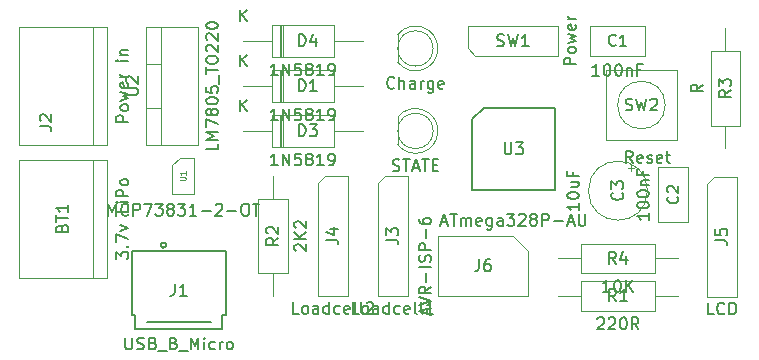
<source format=gbr>
%TF.GenerationSoftware,KiCad,Pcbnew,(5.1.5)-3*%
%TF.CreationDate,2020-09-12T07:11:51+09:30*%
%TF.ProjectId,robotcontrol,726f626f-7463-46f6-9e74-726f6c2e6b69,rev?*%
%TF.SameCoordinates,Original*%
%TF.FileFunction,Other,Fab,Top*%
%FSLAX46Y46*%
G04 Gerber Fmt 4.6, Leading zero omitted, Abs format (unit mm)*
G04 Created by KiCad (PCBNEW (5.1.5)-3) date 2020-09-12 07:11:51*
%MOMM*%
%LPD*%
G04 APERTURE LIST*
%ADD10C,0.100000*%
%ADD11C,0.150000*%
%ADD12C,0.075000*%
%ADD13C,0.141000*%
G04 APERTURE END LIST*
D10*
%TO.C,BT1*%
X99070000Y-108899500D02*
X99070000Y-98999500D01*
X92770000Y-108949500D02*
X100270000Y-108949500D01*
X100270000Y-108949500D02*
X100270000Y-98949500D01*
X100270000Y-98949500D02*
X92770000Y-98949500D01*
X92770000Y-98949500D02*
X92770000Y-108949500D01*
D11*
%TO.C,U3*%
X132170800Y-94544000D02*
X138170800Y-94544000D01*
X138170800Y-94544000D02*
X138170800Y-101544000D01*
X138170800Y-101544000D02*
X131170800Y-101544000D01*
X131170800Y-101544000D02*
X131170800Y-95544000D01*
X131170800Y-95544000D02*
X132170800Y-94544000D01*
D10*
%TO.C,J6*%
X135890000Y-106680000D02*
X135890000Y-110490000D01*
X135890000Y-110490000D02*
X128270000Y-110490000D01*
X128270000Y-110490000D02*
X128270000Y-105410000D01*
X128270000Y-105410000D02*
X134620000Y-105410000D01*
X134620000Y-105410000D02*
X135890000Y-106680000D01*
%TO.C,U2*%
X103530000Y-97710000D02*
X107930000Y-97710000D01*
X107930000Y-97710000D02*
X107930000Y-87710000D01*
X107930000Y-87710000D02*
X103530000Y-87710000D01*
X103530000Y-87710000D02*
X103530000Y-97710000D01*
X104800000Y-97710000D02*
X104800000Y-87710000D01*
X103530000Y-94560000D02*
X104800000Y-94560000D01*
X103530000Y-90860000D02*
X104800000Y-90860000D01*
%TO.C,U1*%
X105780000Y-99430000D02*
X106430000Y-98780000D01*
X107580000Y-98780000D02*
X106430000Y-98780000D01*
X105780000Y-99430000D02*
X105780000Y-101880000D01*
X107580000Y-101880000D02*
X105780000Y-101880000D01*
X107580000Y-98780000D02*
X107580000Y-101880000D01*
%TO.C,SW2*%
X145490000Y-91325000D02*
X148490000Y-91325000D01*
X148490000Y-91325000D02*
X148490000Y-97325000D01*
X148490000Y-97325000D02*
X142490000Y-97325000D01*
X142490000Y-97325000D02*
X142490000Y-91325000D01*
X142490000Y-91325000D02*
X145490000Y-91325000D01*
X147505564Y-94325000D02*
G75*
G03X147505564Y-94325000I-2015564J0D01*
G01*
%TO.C,SW1*%
X130810000Y-89535000D02*
X130810000Y-87630000D01*
X130810000Y-87630000D02*
X138430000Y-87630000D01*
X138430000Y-87630000D02*
X138430000Y-90170000D01*
X138430000Y-90170000D02*
X131445000Y-90170000D01*
X131445000Y-90170000D02*
X130810000Y-89535000D01*
%TO.C,R4*%
X140360000Y-106065000D02*
X140360000Y-108565000D01*
X140360000Y-108565000D02*
X146660000Y-108565000D01*
X146660000Y-108565000D02*
X146660000Y-106065000D01*
X146660000Y-106065000D02*
X140360000Y-106065000D01*
X138430000Y-107315000D02*
X140360000Y-107315000D01*
X148590000Y-107315000D02*
X146660000Y-107315000D01*
%TO.C,R3*%
X153853200Y-89763200D02*
X151353200Y-89763200D01*
X151353200Y-89763200D02*
X151353200Y-96063200D01*
X151353200Y-96063200D02*
X153853200Y-96063200D01*
X153853200Y-96063200D02*
X153853200Y-89763200D01*
X152603200Y-87833200D02*
X152603200Y-89763200D01*
X152603200Y-97993200D02*
X152603200Y-96063200D01*
%TO.C,R2*%
X113050000Y-108560000D02*
X115550000Y-108560000D01*
X115550000Y-108560000D02*
X115550000Y-102260000D01*
X115550000Y-102260000D02*
X113050000Y-102260000D01*
X113050000Y-102260000D02*
X113050000Y-108560000D01*
X114300000Y-110490000D02*
X114300000Y-108560000D01*
X114300000Y-100330000D02*
X114300000Y-102260000D01*
%TO.C,R1*%
X140360000Y-109240000D02*
X140360000Y-111740000D01*
X140360000Y-111740000D02*
X146660000Y-111740000D01*
X146660000Y-111740000D02*
X146660000Y-109240000D01*
X146660000Y-109240000D02*
X140360000Y-109240000D01*
X138430000Y-110490000D02*
X140360000Y-110490000D01*
X148590000Y-110490000D02*
X146660000Y-110490000D01*
%TO.C,J5*%
X151663400Y-100380800D02*
X153568400Y-100380800D01*
X153568400Y-100380800D02*
X153568400Y-110540800D01*
X153568400Y-110540800D02*
X151028400Y-110540800D01*
X151028400Y-110540800D02*
X151028400Y-101015800D01*
X151028400Y-101015800D02*
X151663400Y-100380800D01*
%TO.C,J4*%
X118745000Y-100330000D02*
X120650000Y-100330000D01*
X120650000Y-100330000D02*
X120650000Y-110490000D01*
X120650000Y-110490000D02*
X118110000Y-110490000D01*
X118110000Y-110490000D02*
X118110000Y-100965000D01*
X118110000Y-100965000D02*
X118745000Y-100330000D01*
%TO.C,J3*%
X123825000Y-100330000D02*
X125730000Y-100330000D01*
X125730000Y-100330000D02*
X125730000Y-110490000D01*
X125730000Y-110490000D02*
X123190000Y-110490000D01*
X123190000Y-110490000D02*
X123190000Y-100965000D01*
X123190000Y-100965000D02*
X123825000Y-100330000D01*
%TO.C,J2*%
X99070000Y-97660000D02*
X99070000Y-87760000D01*
X92770000Y-97710000D02*
X100270000Y-97710000D01*
X100270000Y-97710000D02*
X100270000Y-87710000D01*
X100270000Y-87710000D02*
X92770000Y-87710000D01*
X92770000Y-87710000D02*
X92770000Y-97710000D01*
D11*
%TO.C,J1*%
X102324400Y-106716000D02*
X102324400Y-112116000D01*
X102324400Y-112116000D02*
X102624400Y-112116000D01*
X102624400Y-112116000D02*
X102624400Y-113316000D01*
X102624400Y-113316000D02*
X110024400Y-113316000D01*
X110024400Y-113316000D02*
X110024400Y-112116000D01*
X110024400Y-112116000D02*
X110324400Y-112116000D01*
X110324400Y-112116000D02*
X110324400Y-106716000D01*
X110324400Y-106716000D02*
X102324400Y-106716000D01*
X103624400Y-112716000D02*
X109024400Y-112716000D01*
X105249400Y-106241000D02*
X105024400Y-106416000D01*
X105024400Y-106416000D02*
X104799400Y-106241000D01*
X104799400Y-106241000D02*
X104799400Y-106016000D01*
X104799400Y-106016000D02*
X105249400Y-106016000D01*
X105249400Y-106016000D02*
X105249400Y-106241000D01*
D10*
%TO.C,D5*%
X127865000Y-96520000D02*
G75*
G03X127865000Y-96520000I-1500000J0D01*
G01*
X124865000Y-95353810D02*
X124865000Y-97686190D01*
X124864445Y-97685476D02*
G75*
G03X124865000Y-95353810I1500555J1165476D01*
G01*
%TO.C,D4*%
X114240000Y-87550000D02*
X114240000Y-90250000D01*
X114240000Y-90250000D02*
X119440000Y-90250000D01*
X119440000Y-90250000D02*
X119440000Y-87550000D01*
X119440000Y-87550000D02*
X114240000Y-87550000D01*
X111760000Y-88900000D02*
X114240000Y-88900000D01*
X121920000Y-88900000D02*
X119440000Y-88900000D01*
X115020000Y-87550000D02*
X115020000Y-90250000D01*
X115120000Y-87550000D02*
X115120000Y-90250000D01*
X114920000Y-87550000D02*
X114920000Y-90250000D01*
%TO.C,D3*%
X114240000Y-95170000D02*
X114240000Y-97870000D01*
X114240000Y-97870000D02*
X119440000Y-97870000D01*
X119440000Y-97870000D02*
X119440000Y-95170000D01*
X119440000Y-95170000D02*
X114240000Y-95170000D01*
X111760000Y-96520000D02*
X114240000Y-96520000D01*
X121920000Y-96520000D02*
X119440000Y-96520000D01*
X115020000Y-95170000D02*
X115020000Y-97870000D01*
X115120000Y-95170000D02*
X115120000Y-97870000D01*
X114920000Y-95170000D02*
X114920000Y-97870000D01*
%TO.C,D2*%
X127865000Y-89535000D02*
G75*
G03X127865000Y-89535000I-1500000J0D01*
G01*
X124865000Y-88368810D02*
X124865000Y-90701190D01*
X124864445Y-90700476D02*
G75*
G03X124865000Y-88368810I1500555J1165476D01*
G01*
%TO.C,D1*%
X114240000Y-91360000D02*
X114240000Y-94060000D01*
X114240000Y-94060000D02*
X119440000Y-94060000D01*
X119440000Y-94060000D02*
X119440000Y-91360000D01*
X119440000Y-91360000D02*
X114240000Y-91360000D01*
X111760000Y-92710000D02*
X114240000Y-92710000D01*
X121920000Y-92710000D02*
X119440000Y-92710000D01*
X115020000Y-91360000D02*
X115020000Y-94060000D01*
X115120000Y-91360000D02*
X115120000Y-94060000D01*
X114920000Y-91360000D02*
X114920000Y-94060000D01*
%TO.C,C3*%
X146010000Y-101580000D02*
G75*
G03X146010000Y-101580000I-2500000J0D01*
G01*
X144597500Y-99446395D02*
X144597500Y-99946395D01*
X144847500Y-99696395D02*
X144347500Y-99696395D01*
%TO.C,C2*%
X149433600Y-99565600D02*
X146933600Y-99565600D01*
X146933600Y-99565600D02*
X146933600Y-104265600D01*
X146933600Y-104265600D02*
X149433600Y-104265600D01*
X149433600Y-104265600D02*
X149433600Y-99565600D01*
%TO.C,C1*%
X141120000Y-87650000D02*
X141120000Y-90150000D01*
X141120000Y-90150000D02*
X145820000Y-90150000D01*
X145820000Y-90150000D02*
X145820000Y-87650000D01*
X145820000Y-87650000D02*
X141120000Y-87650000D01*
%TD*%
%TO.C,BT1*%
D11*
X101052380Y-107354261D02*
X101052380Y-106735214D01*
X101433333Y-107068547D01*
X101433333Y-106925690D01*
X101480952Y-106830452D01*
X101528571Y-106782833D01*
X101623809Y-106735214D01*
X101861904Y-106735214D01*
X101957142Y-106782833D01*
X102004761Y-106830452D01*
X102052380Y-106925690D01*
X102052380Y-107211404D01*
X102004761Y-107306642D01*
X101957142Y-107354261D01*
X101957142Y-106306642D02*
X102004761Y-106259023D01*
X102052380Y-106306642D01*
X102004761Y-106354261D01*
X101957142Y-106306642D01*
X102052380Y-106306642D01*
X101052380Y-105925690D02*
X101052380Y-105259023D01*
X102052380Y-105687595D01*
X101385714Y-104973309D02*
X102052380Y-104735214D01*
X101385714Y-104497119D01*
X102052380Y-102878071D02*
X102052380Y-103354261D01*
X101052380Y-103354261D01*
X102052380Y-102544738D02*
X101385714Y-102544738D01*
X101052380Y-102544738D02*
X101100000Y-102592357D01*
X101147619Y-102544738D01*
X101100000Y-102497119D01*
X101052380Y-102544738D01*
X101147619Y-102544738D01*
X102052380Y-102068547D02*
X101052380Y-102068547D01*
X101052380Y-101687595D01*
X101100000Y-101592357D01*
X101147619Y-101544738D01*
X101242857Y-101497119D01*
X101385714Y-101497119D01*
X101480952Y-101544738D01*
X101528571Y-101592357D01*
X101576190Y-101687595D01*
X101576190Y-102068547D01*
X102052380Y-100925690D02*
X102004761Y-101020928D01*
X101957142Y-101068547D01*
X101861904Y-101116166D01*
X101576190Y-101116166D01*
X101480952Y-101068547D01*
X101433333Y-101020928D01*
X101385714Y-100925690D01*
X101385714Y-100782833D01*
X101433333Y-100687595D01*
X101480952Y-100639976D01*
X101576190Y-100592357D01*
X101861904Y-100592357D01*
X101957142Y-100639976D01*
X102004761Y-100687595D01*
X102052380Y-100782833D01*
X102052380Y-100925690D01*
X96448571Y-104735214D02*
X96496190Y-104592357D01*
X96543809Y-104544738D01*
X96639047Y-104497119D01*
X96781904Y-104497119D01*
X96877142Y-104544738D01*
X96924761Y-104592357D01*
X96972380Y-104687595D01*
X96972380Y-105068547D01*
X95972380Y-105068547D01*
X95972380Y-104735214D01*
X96020000Y-104639976D01*
X96067619Y-104592357D01*
X96162857Y-104544738D01*
X96258095Y-104544738D01*
X96353333Y-104592357D01*
X96400952Y-104639976D01*
X96448571Y-104735214D01*
X96448571Y-105068547D01*
X95972380Y-104211404D02*
X95972380Y-103639976D01*
X96972380Y-103925690D02*
X95972380Y-103925690D01*
X96972380Y-102782833D02*
X96972380Y-103354261D01*
X96972380Y-103068547D02*
X95972380Y-103068547D01*
X96115238Y-103163785D01*
X96210476Y-103259023D01*
X96258095Y-103354261D01*
%TO.C,U3*%
X128551752Y-104260666D02*
X129027942Y-104260666D01*
X128456514Y-104546380D02*
X128789847Y-103546380D01*
X129123180Y-104546380D01*
X129313657Y-103546380D02*
X129885085Y-103546380D01*
X129599371Y-104546380D02*
X129599371Y-103546380D01*
X130218419Y-104546380D02*
X130218419Y-103879714D01*
X130218419Y-103974952D02*
X130266038Y-103927333D01*
X130361276Y-103879714D01*
X130504133Y-103879714D01*
X130599371Y-103927333D01*
X130646990Y-104022571D01*
X130646990Y-104546380D01*
X130646990Y-104022571D02*
X130694609Y-103927333D01*
X130789847Y-103879714D01*
X130932704Y-103879714D01*
X131027942Y-103927333D01*
X131075561Y-104022571D01*
X131075561Y-104546380D01*
X131932704Y-104498761D02*
X131837466Y-104546380D01*
X131646990Y-104546380D01*
X131551752Y-104498761D01*
X131504133Y-104403523D01*
X131504133Y-104022571D01*
X131551752Y-103927333D01*
X131646990Y-103879714D01*
X131837466Y-103879714D01*
X131932704Y-103927333D01*
X131980323Y-104022571D01*
X131980323Y-104117809D01*
X131504133Y-104213047D01*
X132837466Y-103879714D02*
X132837466Y-104689238D01*
X132789847Y-104784476D01*
X132742228Y-104832095D01*
X132646990Y-104879714D01*
X132504133Y-104879714D01*
X132408895Y-104832095D01*
X132837466Y-104498761D02*
X132742228Y-104546380D01*
X132551752Y-104546380D01*
X132456514Y-104498761D01*
X132408895Y-104451142D01*
X132361276Y-104355904D01*
X132361276Y-104070190D01*
X132408895Y-103974952D01*
X132456514Y-103927333D01*
X132551752Y-103879714D01*
X132742228Y-103879714D01*
X132837466Y-103927333D01*
X133742228Y-104546380D02*
X133742228Y-104022571D01*
X133694609Y-103927333D01*
X133599371Y-103879714D01*
X133408895Y-103879714D01*
X133313657Y-103927333D01*
X133742228Y-104498761D02*
X133646990Y-104546380D01*
X133408895Y-104546380D01*
X133313657Y-104498761D01*
X133266038Y-104403523D01*
X133266038Y-104308285D01*
X133313657Y-104213047D01*
X133408895Y-104165428D01*
X133646990Y-104165428D01*
X133742228Y-104117809D01*
X134123180Y-103546380D02*
X134742228Y-103546380D01*
X134408895Y-103927333D01*
X134551752Y-103927333D01*
X134646990Y-103974952D01*
X134694609Y-104022571D01*
X134742228Y-104117809D01*
X134742228Y-104355904D01*
X134694609Y-104451142D01*
X134646990Y-104498761D01*
X134551752Y-104546380D01*
X134266038Y-104546380D01*
X134170800Y-104498761D01*
X134123180Y-104451142D01*
X135123180Y-103641619D02*
X135170800Y-103594000D01*
X135266038Y-103546380D01*
X135504133Y-103546380D01*
X135599371Y-103594000D01*
X135646990Y-103641619D01*
X135694609Y-103736857D01*
X135694609Y-103832095D01*
X135646990Y-103974952D01*
X135075561Y-104546380D01*
X135694609Y-104546380D01*
X136266038Y-103974952D02*
X136170800Y-103927333D01*
X136123180Y-103879714D01*
X136075561Y-103784476D01*
X136075561Y-103736857D01*
X136123180Y-103641619D01*
X136170800Y-103594000D01*
X136266038Y-103546380D01*
X136456514Y-103546380D01*
X136551752Y-103594000D01*
X136599371Y-103641619D01*
X136646990Y-103736857D01*
X136646990Y-103784476D01*
X136599371Y-103879714D01*
X136551752Y-103927333D01*
X136456514Y-103974952D01*
X136266038Y-103974952D01*
X136170800Y-104022571D01*
X136123180Y-104070190D01*
X136075561Y-104165428D01*
X136075561Y-104355904D01*
X136123180Y-104451142D01*
X136170800Y-104498761D01*
X136266038Y-104546380D01*
X136456514Y-104546380D01*
X136551752Y-104498761D01*
X136599371Y-104451142D01*
X136646990Y-104355904D01*
X136646990Y-104165428D01*
X136599371Y-104070190D01*
X136551752Y-104022571D01*
X136456514Y-103974952D01*
X137075561Y-104546380D02*
X137075561Y-103546380D01*
X137456514Y-103546380D01*
X137551752Y-103594000D01*
X137599371Y-103641619D01*
X137646990Y-103736857D01*
X137646990Y-103879714D01*
X137599371Y-103974952D01*
X137551752Y-104022571D01*
X137456514Y-104070190D01*
X137075561Y-104070190D01*
X138075561Y-104165428D02*
X138837466Y-104165428D01*
X139266038Y-104260666D02*
X139742228Y-104260666D01*
X139170800Y-104546380D02*
X139504133Y-103546380D01*
X139837466Y-104546380D01*
X140170800Y-103546380D02*
X140170800Y-104355904D01*
X140218419Y-104451142D01*
X140266038Y-104498761D01*
X140361276Y-104546380D01*
X140551752Y-104546380D01*
X140646990Y-104498761D01*
X140694609Y-104451142D01*
X140742228Y-104355904D01*
X140742228Y-103546380D01*
X133908895Y-97496380D02*
X133908895Y-98305904D01*
X133956514Y-98401142D01*
X134004133Y-98448761D01*
X134099371Y-98496380D01*
X134289847Y-98496380D01*
X134385085Y-98448761D01*
X134432704Y-98401142D01*
X134480323Y-98305904D01*
X134480323Y-97496380D01*
X134861276Y-97496380D02*
X135480323Y-97496380D01*
X135146990Y-97877333D01*
X135289847Y-97877333D01*
X135385085Y-97924952D01*
X135432704Y-97972571D01*
X135480323Y-98067809D01*
X135480323Y-98305904D01*
X135432704Y-98401142D01*
X135385085Y-98448761D01*
X135289847Y-98496380D01*
X135004133Y-98496380D01*
X134908895Y-98448761D01*
X134861276Y-98401142D01*
%TO.C,J6*%
X127376666Y-112045238D02*
X127376666Y-111569047D01*
X127662380Y-112140476D02*
X126662380Y-111807142D01*
X127662380Y-111473809D01*
X126662380Y-111283333D02*
X127662380Y-110950000D01*
X126662380Y-110616666D01*
X127662380Y-109711904D02*
X127186190Y-110045238D01*
X127662380Y-110283333D02*
X126662380Y-110283333D01*
X126662380Y-109902380D01*
X126710000Y-109807142D01*
X126757619Y-109759523D01*
X126852857Y-109711904D01*
X126995714Y-109711904D01*
X127090952Y-109759523D01*
X127138571Y-109807142D01*
X127186190Y-109902380D01*
X127186190Y-110283333D01*
X127281428Y-109283333D02*
X127281428Y-108521428D01*
X127662380Y-108045238D02*
X126662380Y-108045238D01*
X127614761Y-107616666D02*
X127662380Y-107473809D01*
X127662380Y-107235714D01*
X127614761Y-107140476D01*
X127567142Y-107092857D01*
X127471904Y-107045238D01*
X127376666Y-107045238D01*
X127281428Y-107092857D01*
X127233809Y-107140476D01*
X127186190Y-107235714D01*
X127138571Y-107426190D01*
X127090952Y-107521428D01*
X127043333Y-107569047D01*
X126948095Y-107616666D01*
X126852857Y-107616666D01*
X126757619Y-107569047D01*
X126710000Y-107521428D01*
X126662380Y-107426190D01*
X126662380Y-107188095D01*
X126710000Y-107045238D01*
X127662380Y-106616666D02*
X126662380Y-106616666D01*
X126662380Y-106235714D01*
X126710000Y-106140476D01*
X126757619Y-106092857D01*
X126852857Y-106045238D01*
X126995714Y-106045238D01*
X127090952Y-106092857D01*
X127138571Y-106140476D01*
X127186190Y-106235714D01*
X127186190Y-106616666D01*
X127281428Y-105616666D02*
X127281428Y-104854761D01*
X126662380Y-103950000D02*
X126662380Y-104140476D01*
X126710000Y-104235714D01*
X126757619Y-104283333D01*
X126900476Y-104378571D01*
X127090952Y-104426190D01*
X127471904Y-104426190D01*
X127567142Y-104378571D01*
X127614761Y-104330952D01*
X127662380Y-104235714D01*
X127662380Y-104045238D01*
X127614761Y-103950000D01*
X127567142Y-103902380D01*
X127471904Y-103854761D01*
X127233809Y-103854761D01*
X127138571Y-103902380D01*
X127090952Y-103950000D01*
X127043333Y-104045238D01*
X127043333Y-104235714D01*
X127090952Y-104330952D01*
X127138571Y-104378571D01*
X127233809Y-104426190D01*
X131746666Y-107402380D02*
X131746666Y-108116666D01*
X131699047Y-108259523D01*
X131603809Y-108354761D01*
X131460952Y-108402380D01*
X131365714Y-108402380D01*
X132651428Y-107402380D02*
X132460952Y-107402380D01*
X132365714Y-107450000D01*
X132318095Y-107497619D01*
X132222857Y-107640476D01*
X132175238Y-107830952D01*
X132175238Y-108211904D01*
X132222857Y-108307142D01*
X132270476Y-108354761D01*
X132365714Y-108402380D01*
X132556190Y-108402380D01*
X132651428Y-108354761D01*
X132699047Y-108307142D01*
X132746666Y-108211904D01*
X132746666Y-107973809D01*
X132699047Y-107878571D01*
X132651428Y-107830952D01*
X132556190Y-107783333D01*
X132365714Y-107783333D01*
X132270476Y-107830952D01*
X132222857Y-107878571D01*
X132175238Y-107973809D01*
%TO.C,U2*%
X109632380Y-97590952D02*
X109632380Y-98067142D01*
X108632380Y-98067142D01*
X109632380Y-97257619D02*
X108632380Y-97257619D01*
X109346666Y-96924285D01*
X108632380Y-96590952D01*
X109632380Y-96590952D01*
X108632380Y-96210000D02*
X108632380Y-95543333D01*
X109632380Y-95971904D01*
X109060952Y-95019523D02*
X109013333Y-95114761D01*
X108965714Y-95162380D01*
X108870476Y-95210000D01*
X108822857Y-95210000D01*
X108727619Y-95162380D01*
X108680000Y-95114761D01*
X108632380Y-95019523D01*
X108632380Y-94829047D01*
X108680000Y-94733809D01*
X108727619Y-94686190D01*
X108822857Y-94638571D01*
X108870476Y-94638571D01*
X108965714Y-94686190D01*
X109013333Y-94733809D01*
X109060952Y-94829047D01*
X109060952Y-95019523D01*
X109108571Y-95114761D01*
X109156190Y-95162380D01*
X109251428Y-95210000D01*
X109441904Y-95210000D01*
X109537142Y-95162380D01*
X109584761Y-95114761D01*
X109632380Y-95019523D01*
X109632380Y-94829047D01*
X109584761Y-94733809D01*
X109537142Y-94686190D01*
X109441904Y-94638571D01*
X109251428Y-94638571D01*
X109156190Y-94686190D01*
X109108571Y-94733809D01*
X109060952Y-94829047D01*
X108632380Y-94019523D02*
X108632380Y-93924285D01*
X108680000Y-93829047D01*
X108727619Y-93781428D01*
X108822857Y-93733809D01*
X109013333Y-93686190D01*
X109251428Y-93686190D01*
X109441904Y-93733809D01*
X109537142Y-93781428D01*
X109584761Y-93829047D01*
X109632380Y-93924285D01*
X109632380Y-94019523D01*
X109584761Y-94114761D01*
X109537142Y-94162380D01*
X109441904Y-94210000D01*
X109251428Y-94257619D01*
X109013333Y-94257619D01*
X108822857Y-94210000D01*
X108727619Y-94162380D01*
X108680000Y-94114761D01*
X108632380Y-94019523D01*
X108632380Y-92781428D02*
X108632380Y-93257619D01*
X109108571Y-93305238D01*
X109060952Y-93257619D01*
X109013333Y-93162380D01*
X109013333Y-92924285D01*
X109060952Y-92829047D01*
X109108571Y-92781428D01*
X109203809Y-92733809D01*
X109441904Y-92733809D01*
X109537142Y-92781428D01*
X109584761Y-92829047D01*
X109632380Y-92924285D01*
X109632380Y-93162380D01*
X109584761Y-93257619D01*
X109537142Y-93305238D01*
X109727619Y-92543333D02*
X109727619Y-91781428D01*
X108632380Y-91686190D02*
X108632380Y-91114761D01*
X109632380Y-91400476D02*
X108632380Y-91400476D01*
X108632380Y-90590952D02*
X108632380Y-90400476D01*
X108680000Y-90305238D01*
X108775238Y-90210000D01*
X108965714Y-90162380D01*
X109299047Y-90162380D01*
X109489523Y-90210000D01*
X109584761Y-90305238D01*
X109632380Y-90400476D01*
X109632380Y-90590952D01*
X109584761Y-90686190D01*
X109489523Y-90781428D01*
X109299047Y-90829047D01*
X108965714Y-90829047D01*
X108775238Y-90781428D01*
X108680000Y-90686190D01*
X108632380Y-90590952D01*
X108727619Y-89781428D02*
X108680000Y-89733809D01*
X108632380Y-89638571D01*
X108632380Y-89400476D01*
X108680000Y-89305238D01*
X108727619Y-89257619D01*
X108822857Y-89210000D01*
X108918095Y-89210000D01*
X109060952Y-89257619D01*
X109632380Y-89829047D01*
X109632380Y-89210000D01*
X108727619Y-88829047D02*
X108680000Y-88781428D01*
X108632380Y-88686190D01*
X108632380Y-88448095D01*
X108680000Y-88352857D01*
X108727619Y-88305238D01*
X108822857Y-88257619D01*
X108918095Y-88257619D01*
X109060952Y-88305238D01*
X109632380Y-88876666D01*
X109632380Y-88257619D01*
X108632380Y-87638571D02*
X108632380Y-87543333D01*
X108680000Y-87448095D01*
X108727619Y-87400476D01*
X108822857Y-87352857D01*
X109013333Y-87305238D01*
X109251428Y-87305238D01*
X109441904Y-87352857D01*
X109537142Y-87400476D01*
X109584761Y-87448095D01*
X109632380Y-87543333D01*
X109632380Y-87638571D01*
X109584761Y-87733809D01*
X109537142Y-87781428D01*
X109441904Y-87829047D01*
X109251428Y-87876666D01*
X109013333Y-87876666D01*
X108822857Y-87829047D01*
X108727619Y-87781428D01*
X108680000Y-87733809D01*
X108632380Y-87638571D01*
X101862380Y-93471904D02*
X102671904Y-93471904D01*
X102767142Y-93424285D01*
X102814761Y-93376666D01*
X102862380Y-93281428D01*
X102862380Y-93090952D01*
X102814761Y-92995714D01*
X102767142Y-92948095D01*
X102671904Y-92900476D01*
X101862380Y-92900476D01*
X101957619Y-92471904D02*
X101910000Y-92424285D01*
X101862380Y-92329047D01*
X101862380Y-92090952D01*
X101910000Y-91995714D01*
X101957619Y-91948095D01*
X102052857Y-91900476D01*
X102148095Y-91900476D01*
X102290952Y-91948095D01*
X102862380Y-92519523D01*
X102862380Y-91900476D01*
%TO.C,U1*%
X100346666Y-103682380D02*
X100346666Y-102682380D01*
X100680000Y-103396666D01*
X101013333Y-102682380D01*
X101013333Y-103682380D01*
X102060952Y-103587142D02*
X102013333Y-103634761D01*
X101870476Y-103682380D01*
X101775238Y-103682380D01*
X101632380Y-103634761D01*
X101537142Y-103539523D01*
X101489523Y-103444285D01*
X101441904Y-103253809D01*
X101441904Y-103110952D01*
X101489523Y-102920476D01*
X101537142Y-102825238D01*
X101632380Y-102730000D01*
X101775238Y-102682380D01*
X101870476Y-102682380D01*
X102013333Y-102730000D01*
X102060952Y-102777619D01*
X102489523Y-103682380D02*
X102489523Y-102682380D01*
X102870476Y-102682380D01*
X102965714Y-102730000D01*
X103013333Y-102777619D01*
X103060952Y-102872857D01*
X103060952Y-103015714D01*
X103013333Y-103110952D01*
X102965714Y-103158571D01*
X102870476Y-103206190D01*
X102489523Y-103206190D01*
X103394285Y-102682380D02*
X104060952Y-102682380D01*
X103632380Y-103682380D01*
X104346666Y-102682380D02*
X104965714Y-102682380D01*
X104632380Y-103063333D01*
X104775238Y-103063333D01*
X104870476Y-103110952D01*
X104918095Y-103158571D01*
X104965714Y-103253809D01*
X104965714Y-103491904D01*
X104918095Y-103587142D01*
X104870476Y-103634761D01*
X104775238Y-103682380D01*
X104489523Y-103682380D01*
X104394285Y-103634761D01*
X104346666Y-103587142D01*
X105537142Y-103110952D02*
X105441904Y-103063333D01*
X105394285Y-103015714D01*
X105346666Y-102920476D01*
X105346666Y-102872857D01*
X105394285Y-102777619D01*
X105441904Y-102730000D01*
X105537142Y-102682380D01*
X105727619Y-102682380D01*
X105822857Y-102730000D01*
X105870476Y-102777619D01*
X105918095Y-102872857D01*
X105918095Y-102920476D01*
X105870476Y-103015714D01*
X105822857Y-103063333D01*
X105727619Y-103110952D01*
X105537142Y-103110952D01*
X105441904Y-103158571D01*
X105394285Y-103206190D01*
X105346666Y-103301428D01*
X105346666Y-103491904D01*
X105394285Y-103587142D01*
X105441904Y-103634761D01*
X105537142Y-103682380D01*
X105727619Y-103682380D01*
X105822857Y-103634761D01*
X105870476Y-103587142D01*
X105918095Y-103491904D01*
X105918095Y-103301428D01*
X105870476Y-103206190D01*
X105822857Y-103158571D01*
X105727619Y-103110952D01*
X106251428Y-102682380D02*
X106870476Y-102682380D01*
X106537142Y-103063333D01*
X106680000Y-103063333D01*
X106775238Y-103110952D01*
X106822857Y-103158571D01*
X106870476Y-103253809D01*
X106870476Y-103491904D01*
X106822857Y-103587142D01*
X106775238Y-103634761D01*
X106680000Y-103682380D01*
X106394285Y-103682380D01*
X106299047Y-103634761D01*
X106251428Y-103587142D01*
X107822857Y-103682380D02*
X107251428Y-103682380D01*
X107537142Y-103682380D02*
X107537142Y-102682380D01*
X107441904Y-102825238D01*
X107346666Y-102920476D01*
X107251428Y-102968095D01*
X108251428Y-103301428D02*
X109013333Y-103301428D01*
X109441904Y-102777619D02*
X109489523Y-102730000D01*
X109584761Y-102682380D01*
X109822857Y-102682380D01*
X109918095Y-102730000D01*
X109965714Y-102777619D01*
X110013333Y-102872857D01*
X110013333Y-102968095D01*
X109965714Y-103110952D01*
X109394285Y-103682380D01*
X110013333Y-103682380D01*
X110441904Y-103301428D02*
X111203809Y-103301428D01*
X111870476Y-102682380D02*
X112060952Y-102682380D01*
X112156190Y-102730000D01*
X112251428Y-102825238D01*
X112299047Y-103015714D01*
X112299047Y-103349047D01*
X112251428Y-103539523D01*
X112156190Y-103634761D01*
X112060952Y-103682380D01*
X111870476Y-103682380D01*
X111775238Y-103634761D01*
X111680000Y-103539523D01*
X111632380Y-103349047D01*
X111632380Y-103015714D01*
X111680000Y-102825238D01*
X111775238Y-102730000D01*
X111870476Y-102682380D01*
X112584761Y-102682380D02*
X113156190Y-102682380D01*
X112870476Y-103682380D02*
X112870476Y-102682380D01*
D12*
X106406190Y-100710952D02*
X106810952Y-100710952D01*
X106858571Y-100687142D01*
X106882380Y-100663333D01*
X106906190Y-100615714D01*
X106906190Y-100520476D01*
X106882380Y-100472857D01*
X106858571Y-100449047D01*
X106810952Y-100425238D01*
X106406190Y-100425238D01*
X106906190Y-99925238D02*
X106906190Y-100210952D01*
X106906190Y-100068095D02*
X106406190Y-100068095D01*
X106477619Y-100115714D01*
X106525238Y-100163333D01*
X106549047Y-100210952D01*
%TO.C,SW2*%
D11*
X144751904Y-99227380D02*
X144418571Y-98751190D01*
X144180476Y-99227380D02*
X144180476Y-98227380D01*
X144561428Y-98227380D01*
X144656666Y-98275000D01*
X144704285Y-98322619D01*
X144751904Y-98417857D01*
X144751904Y-98560714D01*
X144704285Y-98655952D01*
X144656666Y-98703571D01*
X144561428Y-98751190D01*
X144180476Y-98751190D01*
X145561428Y-99179761D02*
X145466190Y-99227380D01*
X145275714Y-99227380D01*
X145180476Y-99179761D01*
X145132857Y-99084523D01*
X145132857Y-98703571D01*
X145180476Y-98608333D01*
X145275714Y-98560714D01*
X145466190Y-98560714D01*
X145561428Y-98608333D01*
X145609047Y-98703571D01*
X145609047Y-98798809D01*
X145132857Y-98894047D01*
X145990000Y-99179761D02*
X146085238Y-99227380D01*
X146275714Y-99227380D01*
X146370952Y-99179761D01*
X146418571Y-99084523D01*
X146418571Y-99036904D01*
X146370952Y-98941666D01*
X146275714Y-98894047D01*
X146132857Y-98894047D01*
X146037619Y-98846428D01*
X145990000Y-98751190D01*
X145990000Y-98703571D01*
X146037619Y-98608333D01*
X146132857Y-98560714D01*
X146275714Y-98560714D01*
X146370952Y-98608333D01*
X147228095Y-99179761D02*
X147132857Y-99227380D01*
X146942380Y-99227380D01*
X146847142Y-99179761D01*
X146799523Y-99084523D01*
X146799523Y-98703571D01*
X146847142Y-98608333D01*
X146942380Y-98560714D01*
X147132857Y-98560714D01*
X147228095Y-98608333D01*
X147275714Y-98703571D01*
X147275714Y-98798809D01*
X146799523Y-98894047D01*
X147561428Y-98560714D02*
X147942380Y-98560714D01*
X147704285Y-98227380D02*
X147704285Y-99084523D01*
X147751904Y-99179761D01*
X147847142Y-99227380D01*
X147942380Y-99227380D01*
X144156666Y-94729761D02*
X144299523Y-94777380D01*
X144537619Y-94777380D01*
X144632857Y-94729761D01*
X144680476Y-94682142D01*
X144728095Y-94586904D01*
X144728095Y-94491666D01*
X144680476Y-94396428D01*
X144632857Y-94348809D01*
X144537619Y-94301190D01*
X144347142Y-94253571D01*
X144251904Y-94205952D01*
X144204285Y-94158333D01*
X144156666Y-94063095D01*
X144156666Y-93967857D01*
X144204285Y-93872619D01*
X144251904Y-93825000D01*
X144347142Y-93777380D01*
X144585238Y-93777380D01*
X144728095Y-93825000D01*
X145061428Y-93777380D02*
X145299523Y-94777380D01*
X145490000Y-94063095D01*
X145680476Y-94777380D01*
X145918571Y-93777380D01*
X146251904Y-93872619D02*
X146299523Y-93825000D01*
X146394761Y-93777380D01*
X146632857Y-93777380D01*
X146728095Y-93825000D01*
X146775714Y-93872619D01*
X146823333Y-93967857D01*
X146823333Y-94063095D01*
X146775714Y-94205952D01*
X146204285Y-94777380D01*
X146823333Y-94777380D01*
%TO.C,SW1*%
X139942380Y-90876190D02*
X138942380Y-90876190D01*
X138942380Y-90495238D01*
X138990000Y-90400000D01*
X139037619Y-90352380D01*
X139132857Y-90304761D01*
X139275714Y-90304761D01*
X139370952Y-90352380D01*
X139418571Y-90400000D01*
X139466190Y-90495238D01*
X139466190Y-90876190D01*
X139942380Y-89733333D02*
X139894761Y-89828571D01*
X139847142Y-89876190D01*
X139751904Y-89923809D01*
X139466190Y-89923809D01*
X139370952Y-89876190D01*
X139323333Y-89828571D01*
X139275714Y-89733333D01*
X139275714Y-89590476D01*
X139323333Y-89495238D01*
X139370952Y-89447619D01*
X139466190Y-89400000D01*
X139751904Y-89400000D01*
X139847142Y-89447619D01*
X139894761Y-89495238D01*
X139942380Y-89590476D01*
X139942380Y-89733333D01*
X139275714Y-89066666D02*
X139942380Y-88876190D01*
X139466190Y-88685714D01*
X139942380Y-88495238D01*
X139275714Y-88304761D01*
X139894761Y-87542857D02*
X139942380Y-87638095D01*
X139942380Y-87828571D01*
X139894761Y-87923809D01*
X139799523Y-87971428D01*
X139418571Y-87971428D01*
X139323333Y-87923809D01*
X139275714Y-87828571D01*
X139275714Y-87638095D01*
X139323333Y-87542857D01*
X139418571Y-87495238D01*
X139513809Y-87495238D01*
X139609047Y-87971428D01*
X139942380Y-87066666D02*
X139275714Y-87066666D01*
X139466190Y-87066666D02*
X139370952Y-87019047D01*
X139323333Y-86971428D01*
X139275714Y-86876190D01*
X139275714Y-86780952D01*
X133286666Y-89304761D02*
X133429523Y-89352380D01*
X133667619Y-89352380D01*
X133762857Y-89304761D01*
X133810476Y-89257142D01*
X133858095Y-89161904D01*
X133858095Y-89066666D01*
X133810476Y-88971428D01*
X133762857Y-88923809D01*
X133667619Y-88876190D01*
X133477142Y-88828571D01*
X133381904Y-88780952D01*
X133334285Y-88733333D01*
X133286666Y-88638095D01*
X133286666Y-88542857D01*
X133334285Y-88447619D01*
X133381904Y-88400000D01*
X133477142Y-88352380D01*
X133715238Y-88352380D01*
X133858095Y-88400000D01*
X134191428Y-88352380D02*
X134429523Y-89352380D01*
X134620000Y-88638095D01*
X134810476Y-89352380D01*
X135048571Y-88352380D01*
X135953333Y-89352380D02*
X135381904Y-89352380D01*
X135667619Y-89352380D02*
X135667619Y-88352380D01*
X135572380Y-88495238D01*
X135477142Y-88590476D01*
X135381904Y-88638095D01*
%TO.C,R4*%
X142819523Y-110137380D02*
X142248095Y-110137380D01*
X142533809Y-110137380D02*
X142533809Y-109137380D01*
X142438571Y-109280238D01*
X142343333Y-109375476D01*
X142248095Y-109423095D01*
X143438571Y-109137380D02*
X143533809Y-109137380D01*
X143629047Y-109185000D01*
X143676666Y-109232619D01*
X143724285Y-109327857D01*
X143771904Y-109518333D01*
X143771904Y-109756428D01*
X143724285Y-109946904D01*
X143676666Y-110042142D01*
X143629047Y-110089761D01*
X143533809Y-110137380D01*
X143438571Y-110137380D01*
X143343333Y-110089761D01*
X143295714Y-110042142D01*
X143248095Y-109946904D01*
X143200476Y-109756428D01*
X143200476Y-109518333D01*
X143248095Y-109327857D01*
X143295714Y-109232619D01*
X143343333Y-109185000D01*
X143438571Y-109137380D01*
X144200476Y-110137380D02*
X144200476Y-109137380D01*
X144771904Y-110137380D02*
X144343333Y-109565952D01*
X144771904Y-109137380D02*
X144200476Y-109708809D01*
X143343333Y-107767380D02*
X143010000Y-107291190D01*
X142771904Y-107767380D02*
X142771904Y-106767380D01*
X143152857Y-106767380D01*
X143248095Y-106815000D01*
X143295714Y-106862619D01*
X143343333Y-106957857D01*
X143343333Y-107100714D01*
X143295714Y-107195952D01*
X143248095Y-107243571D01*
X143152857Y-107291190D01*
X142771904Y-107291190D01*
X144200476Y-107100714D02*
X144200476Y-107767380D01*
X143962380Y-106719761D02*
X143724285Y-107434047D01*
X144343333Y-107434047D01*
%TO.C,R3*%
X150685580Y-92603676D02*
X150209390Y-92937009D01*
X150685580Y-93175104D02*
X149685580Y-93175104D01*
X149685580Y-92794152D01*
X149733200Y-92698914D01*
X149780819Y-92651295D01*
X149876057Y-92603676D01*
X150018914Y-92603676D01*
X150114152Y-92651295D01*
X150161771Y-92698914D01*
X150209390Y-92794152D01*
X150209390Y-93175104D01*
X153055580Y-93079866D02*
X152579390Y-93413200D01*
X153055580Y-93651295D02*
X152055580Y-93651295D01*
X152055580Y-93270342D01*
X152103200Y-93175104D01*
X152150819Y-93127485D01*
X152246057Y-93079866D01*
X152388914Y-93079866D01*
X152484152Y-93127485D01*
X152531771Y-93175104D01*
X152579390Y-93270342D01*
X152579390Y-93651295D01*
X152055580Y-92746533D02*
X152055580Y-92127485D01*
X152436533Y-92460819D01*
X152436533Y-92317961D01*
X152484152Y-92222723D01*
X152531771Y-92175104D01*
X152627009Y-92127485D01*
X152865104Y-92127485D01*
X152960342Y-92175104D01*
X153007961Y-92222723D01*
X153055580Y-92317961D01*
X153055580Y-92603676D01*
X153007961Y-92698914D01*
X152960342Y-92746533D01*
%TO.C,R2*%
X116217619Y-106671904D02*
X116170000Y-106624285D01*
X116122380Y-106529047D01*
X116122380Y-106290952D01*
X116170000Y-106195714D01*
X116217619Y-106148095D01*
X116312857Y-106100476D01*
X116408095Y-106100476D01*
X116550952Y-106148095D01*
X117122380Y-106719523D01*
X117122380Y-106100476D01*
X117122380Y-105671904D02*
X116122380Y-105671904D01*
X117122380Y-105100476D02*
X116550952Y-105529047D01*
X116122380Y-105100476D02*
X116693809Y-105671904D01*
X116217619Y-104719523D02*
X116170000Y-104671904D01*
X116122380Y-104576666D01*
X116122380Y-104338571D01*
X116170000Y-104243333D01*
X116217619Y-104195714D01*
X116312857Y-104148095D01*
X116408095Y-104148095D01*
X116550952Y-104195714D01*
X117122380Y-104767142D01*
X117122380Y-104148095D01*
X114752380Y-105576666D02*
X114276190Y-105910000D01*
X114752380Y-106148095D02*
X113752380Y-106148095D01*
X113752380Y-105767142D01*
X113800000Y-105671904D01*
X113847619Y-105624285D01*
X113942857Y-105576666D01*
X114085714Y-105576666D01*
X114180952Y-105624285D01*
X114228571Y-105671904D01*
X114276190Y-105767142D01*
X114276190Y-106148095D01*
X113847619Y-105195714D02*
X113800000Y-105148095D01*
X113752380Y-105052857D01*
X113752380Y-104814761D01*
X113800000Y-104719523D01*
X113847619Y-104671904D01*
X113942857Y-104624285D01*
X114038095Y-104624285D01*
X114180952Y-104671904D01*
X114752380Y-105243333D01*
X114752380Y-104624285D01*
%TO.C,R1*%
X141771904Y-112407619D02*
X141819523Y-112360000D01*
X141914761Y-112312380D01*
X142152857Y-112312380D01*
X142248095Y-112360000D01*
X142295714Y-112407619D01*
X142343333Y-112502857D01*
X142343333Y-112598095D01*
X142295714Y-112740952D01*
X141724285Y-113312380D01*
X142343333Y-113312380D01*
X142724285Y-112407619D02*
X142771904Y-112360000D01*
X142867142Y-112312380D01*
X143105238Y-112312380D01*
X143200476Y-112360000D01*
X143248095Y-112407619D01*
X143295714Y-112502857D01*
X143295714Y-112598095D01*
X143248095Y-112740952D01*
X142676666Y-113312380D01*
X143295714Y-113312380D01*
X143914761Y-112312380D02*
X144010000Y-112312380D01*
X144105238Y-112360000D01*
X144152857Y-112407619D01*
X144200476Y-112502857D01*
X144248095Y-112693333D01*
X144248095Y-112931428D01*
X144200476Y-113121904D01*
X144152857Y-113217142D01*
X144105238Y-113264761D01*
X144010000Y-113312380D01*
X143914761Y-113312380D01*
X143819523Y-113264761D01*
X143771904Y-113217142D01*
X143724285Y-113121904D01*
X143676666Y-112931428D01*
X143676666Y-112693333D01*
X143724285Y-112502857D01*
X143771904Y-112407619D01*
X143819523Y-112360000D01*
X143914761Y-112312380D01*
X145248095Y-113312380D02*
X144914761Y-112836190D01*
X144676666Y-113312380D02*
X144676666Y-112312380D01*
X145057619Y-112312380D01*
X145152857Y-112360000D01*
X145200476Y-112407619D01*
X145248095Y-112502857D01*
X145248095Y-112645714D01*
X145200476Y-112740952D01*
X145152857Y-112788571D01*
X145057619Y-112836190D01*
X144676666Y-112836190D01*
X143343333Y-110942380D02*
X143010000Y-110466190D01*
X142771904Y-110942380D02*
X142771904Y-109942380D01*
X143152857Y-109942380D01*
X143248095Y-109990000D01*
X143295714Y-110037619D01*
X143343333Y-110132857D01*
X143343333Y-110275714D01*
X143295714Y-110370952D01*
X143248095Y-110418571D01*
X143152857Y-110466190D01*
X142771904Y-110466190D01*
X144295714Y-110942380D02*
X143724285Y-110942380D01*
X144010000Y-110942380D02*
X144010000Y-109942380D01*
X143914761Y-110085238D01*
X143819523Y-110180476D01*
X143724285Y-110228095D01*
%TO.C,J5*%
X151607923Y-112053180D02*
X151131733Y-112053180D01*
X151131733Y-111053180D01*
X152512685Y-111957942D02*
X152465066Y-112005561D01*
X152322209Y-112053180D01*
X152226971Y-112053180D01*
X152084114Y-112005561D01*
X151988876Y-111910323D01*
X151941257Y-111815085D01*
X151893638Y-111624609D01*
X151893638Y-111481752D01*
X151941257Y-111291276D01*
X151988876Y-111196038D01*
X152084114Y-111100800D01*
X152226971Y-111053180D01*
X152322209Y-111053180D01*
X152465066Y-111100800D01*
X152512685Y-111148419D01*
X152941257Y-112053180D02*
X152941257Y-111053180D01*
X153179352Y-111053180D01*
X153322209Y-111100800D01*
X153417447Y-111196038D01*
X153465066Y-111291276D01*
X153512685Y-111481752D01*
X153512685Y-111624609D01*
X153465066Y-111815085D01*
X153417447Y-111910323D01*
X153322209Y-112005561D01*
X153179352Y-112053180D01*
X152941257Y-112053180D01*
X151750780Y-105794133D02*
X152465066Y-105794133D01*
X152607923Y-105841752D01*
X152703161Y-105936990D01*
X152750780Y-106079847D01*
X152750780Y-106175085D01*
X151750780Y-104841752D02*
X151750780Y-105317942D01*
X152226971Y-105365561D01*
X152179352Y-105317942D01*
X152131733Y-105222704D01*
X152131733Y-104984609D01*
X152179352Y-104889371D01*
X152226971Y-104841752D01*
X152322209Y-104794133D01*
X152560304Y-104794133D01*
X152655542Y-104841752D01*
X152703161Y-104889371D01*
X152750780Y-104984609D01*
X152750780Y-105222704D01*
X152703161Y-105317942D01*
X152655542Y-105365561D01*
%TO.C,J4*%
X116475238Y-112002380D02*
X115999047Y-112002380D01*
X115999047Y-111002380D01*
X116951428Y-112002380D02*
X116856190Y-111954761D01*
X116808571Y-111907142D01*
X116760952Y-111811904D01*
X116760952Y-111526190D01*
X116808571Y-111430952D01*
X116856190Y-111383333D01*
X116951428Y-111335714D01*
X117094285Y-111335714D01*
X117189523Y-111383333D01*
X117237142Y-111430952D01*
X117284761Y-111526190D01*
X117284761Y-111811904D01*
X117237142Y-111907142D01*
X117189523Y-111954761D01*
X117094285Y-112002380D01*
X116951428Y-112002380D01*
X118141904Y-112002380D02*
X118141904Y-111478571D01*
X118094285Y-111383333D01*
X117999047Y-111335714D01*
X117808571Y-111335714D01*
X117713333Y-111383333D01*
X118141904Y-111954761D02*
X118046666Y-112002380D01*
X117808571Y-112002380D01*
X117713333Y-111954761D01*
X117665714Y-111859523D01*
X117665714Y-111764285D01*
X117713333Y-111669047D01*
X117808571Y-111621428D01*
X118046666Y-111621428D01*
X118141904Y-111573809D01*
X119046666Y-112002380D02*
X119046666Y-111002380D01*
X119046666Y-111954761D02*
X118951428Y-112002380D01*
X118760952Y-112002380D01*
X118665714Y-111954761D01*
X118618095Y-111907142D01*
X118570476Y-111811904D01*
X118570476Y-111526190D01*
X118618095Y-111430952D01*
X118665714Y-111383333D01*
X118760952Y-111335714D01*
X118951428Y-111335714D01*
X119046666Y-111383333D01*
X119951428Y-111954761D02*
X119856190Y-112002380D01*
X119665714Y-112002380D01*
X119570476Y-111954761D01*
X119522857Y-111907142D01*
X119475238Y-111811904D01*
X119475238Y-111526190D01*
X119522857Y-111430952D01*
X119570476Y-111383333D01*
X119665714Y-111335714D01*
X119856190Y-111335714D01*
X119951428Y-111383333D01*
X120760952Y-111954761D02*
X120665714Y-112002380D01*
X120475238Y-112002380D01*
X120380000Y-111954761D01*
X120332380Y-111859523D01*
X120332380Y-111478571D01*
X120380000Y-111383333D01*
X120475238Y-111335714D01*
X120665714Y-111335714D01*
X120760952Y-111383333D01*
X120808571Y-111478571D01*
X120808571Y-111573809D01*
X120332380Y-111669047D01*
X121380000Y-112002380D02*
X121284761Y-111954761D01*
X121237142Y-111859523D01*
X121237142Y-111002380D01*
X121903809Y-112002380D02*
X121808571Y-111954761D01*
X121760952Y-111859523D01*
X121760952Y-111002380D01*
X122237142Y-111097619D02*
X122284761Y-111050000D01*
X122380000Y-111002380D01*
X122618095Y-111002380D01*
X122713333Y-111050000D01*
X122760952Y-111097619D01*
X122808571Y-111192857D01*
X122808571Y-111288095D01*
X122760952Y-111430952D01*
X122189523Y-112002380D01*
X122808571Y-112002380D01*
X118832380Y-105743333D02*
X119546666Y-105743333D01*
X119689523Y-105790952D01*
X119784761Y-105886190D01*
X119832380Y-106029047D01*
X119832380Y-106124285D01*
X119165714Y-104838571D02*
X119832380Y-104838571D01*
X118784761Y-105076666D02*
X119499047Y-105314761D01*
X119499047Y-104695714D01*
%TO.C,J3*%
X121555238Y-112002380D02*
X121079047Y-112002380D01*
X121079047Y-111002380D01*
X122031428Y-112002380D02*
X121936190Y-111954761D01*
X121888571Y-111907142D01*
X121840952Y-111811904D01*
X121840952Y-111526190D01*
X121888571Y-111430952D01*
X121936190Y-111383333D01*
X122031428Y-111335714D01*
X122174285Y-111335714D01*
X122269523Y-111383333D01*
X122317142Y-111430952D01*
X122364761Y-111526190D01*
X122364761Y-111811904D01*
X122317142Y-111907142D01*
X122269523Y-111954761D01*
X122174285Y-112002380D01*
X122031428Y-112002380D01*
X123221904Y-112002380D02*
X123221904Y-111478571D01*
X123174285Y-111383333D01*
X123079047Y-111335714D01*
X122888571Y-111335714D01*
X122793333Y-111383333D01*
X123221904Y-111954761D02*
X123126666Y-112002380D01*
X122888571Y-112002380D01*
X122793333Y-111954761D01*
X122745714Y-111859523D01*
X122745714Y-111764285D01*
X122793333Y-111669047D01*
X122888571Y-111621428D01*
X123126666Y-111621428D01*
X123221904Y-111573809D01*
X124126666Y-112002380D02*
X124126666Y-111002380D01*
X124126666Y-111954761D02*
X124031428Y-112002380D01*
X123840952Y-112002380D01*
X123745714Y-111954761D01*
X123698095Y-111907142D01*
X123650476Y-111811904D01*
X123650476Y-111526190D01*
X123698095Y-111430952D01*
X123745714Y-111383333D01*
X123840952Y-111335714D01*
X124031428Y-111335714D01*
X124126666Y-111383333D01*
X125031428Y-111954761D02*
X124936190Y-112002380D01*
X124745714Y-112002380D01*
X124650476Y-111954761D01*
X124602857Y-111907142D01*
X124555238Y-111811904D01*
X124555238Y-111526190D01*
X124602857Y-111430952D01*
X124650476Y-111383333D01*
X124745714Y-111335714D01*
X124936190Y-111335714D01*
X125031428Y-111383333D01*
X125840952Y-111954761D02*
X125745714Y-112002380D01*
X125555238Y-112002380D01*
X125460000Y-111954761D01*
X125412380Y-111859523D01*
X125412380Y-111478571D01*
X125460000Y-111383333D01*
X125555238Y-111335714D01*
X125745714Y-111335714D01*
X125840952Y-111383333D01*
X125888571Y-111478571D01*
X125888571Y-111573809D01*
X125412380Y-111669047D01*
X126460000Y-112002380D02*
X126364761Y-111954761D01*
X126317142Y-111859523D01*
X126317142Y-111002380D01*
X126983809Y-112002380D02*
X126888571Y-111954761D01*
X126840952Y-111859523D01*
X126840952Y-111002380D01*
X127888571Y-112002380D02*
X127317142Y-112002380D01*
X127602857Y-112002380D02*
X127602857Y-111002380D01*
X127507619Y-111145238D01*
X127412380Y-111240476D01*
X127317142Y-111288095D01*
X123912380Y-105743333D02*
X124626666Y-105743333D01*
X124769523Y-105790952D01*
X124864761Y-105886190D01*
X124912380Y-106029047D01*
X124912380Y-106124285D01*
X123912380Y-105362380D02*
X123912380Y-104743333D01*
X124293333Y-105076666D01*
X124293333Y-104933809D01*
X124340952Y-104838571D01*
X124388571Y-104790952D01*
X124483809Y-104743333D01*
X124721904Y-104743333D01*
X124817142Y-104790952D01*
X124864761Y-104838571D01*
X124912380Y-104933809D01*
X124912380Y-105219523D01*
X124864761Y-105314761D01*
X124817142Y-105362380D01*
%TO.C,J2*%
X102052380Y-95757619D02*
X101052380Y-95757619D01*
X101052380Y-95376666D01*
X101100000Y-95281428D01*
X101147619Y-95233809D01*
X101242857Y-95186190D01*
X101385714Y-95186190D01*
X101480952Y-95233809D01*
X101528571Y-95281428D01*
X101576190Y-95376666D01*
X101576190Y-95757619D01*
X102052380Y-94614761D02*
X102004761Y-94710000D01*
X101957142Y-94757619D01*
X101861904Y-94805238D01*
X101576190Y-94805238D01*
X101480952Y-94757619D01*
X101433333Y-94710000D01*
X101385714Y-94614761D01*
X101385714Y-94471904D01*
X101433333Y-94376666D01*
X101480952Y-94329047D01*
X101576190Y-94281428D01*
X101861904Y-94281428D01*
X101957142Y-94329047D01*
X102004761Y-94376666D01*
X102052380Y-94471904D01*
X102052380Y-94614761D01*
X101385714Y-93948095D02*
X102052380Y-93757619D01*
X101576190Y-93567142D01*
X102052380Y-93376666D01*
X101385714Y-93186190D01*
X102004761Y-92424285D02*
X102052380Y-92519523D01*
X102052380Y-92710000D01*
X102004761Y-92805238D01*
X101909523Y-92852857D01*
X101528571Y-92852857D01*
X101433333Y-92805238D01*
X101385714Y-92710000D01*
X101385714Y-92519523D01*
X101433333Y-92424285D01*
X101528571Y-92376666D01*
X101623809Y-92376666D01*
X101719047Y-92852857D01*
X102052380Y-91948095D02*
X101385714Y-91948095D01*
X101576190Y-91948095D02*
X101480952Y-91900476D01*
X101433333Y-91852857D01*
X101385714Y-91757619D01*
X101385714Y-91662380D01*
X102052380Y-90567142D02*
X101385714Y-90567142D01*
X101052380Y-90567142D02*
X101100000Y-90614761D01*
X101147619Y-90567142D01*
X101100000Y-90519523D01*
X101052380Y-90567142D01*
X101147619Y-90567142D01*
X101385714Y-90090952D02*
X102052380Y-90090952D01*
X101480952Y-90090952D02*
X101433333Y-90043333D01*
X101385714Y-89948095D01*
X101385714Y-89805238D01*
X101433333Y-89710000D01*
X101528571Y-89662380D01*
X102052380Y-89662380D01*
X94542380Y-96103333D02*
X95256666Y-96103333D01*
X95399523Y-96150952D01*
X95494761Y-96246190D01*
X95542380Y-96389047D01*
X95542380Y-96484285D01*
X94637619Y-95674761D02*
X94590000Y-95627142D01*
X94542380Y-95531904D01*
X94542380Y-95293809D01*
X94590000Y-95198571D01*
X94637619Y-95150952D01*
X94732857Y-95103333D01*
X94828095Y-95103333D01*
X94970952Y-95150952D01*
X95542380Y-95722380D01*
X95542380Y-95103333D01*
%TO.C,J1*%
X101800590Y-114018380D02*
X101800590Y-114827904D01*
X101848209Y-114923142D01*
X101895828Y-114970761D01*
X101991066Y-115018380D01*
X102181542Y-115018380D01*
X102276780Y-114970761D01*
X102324400Y-114923142D01*
X102372019Y-114827904D01*
X102372019Y-114018380D01*
X102800590Y-114970761D02*
X102943447Y-115018380D01*
X103181542Y-115018380D01*
X103276780Y-114970761D01*
X103324400Y-114923142D01*
X103372019Y-114827904D01*
X103372019Y-114732666D01*
X103324400Y-114637428D01*
X103276780Y-114589809D01*
X103181542Y-114542190D01*
X102991066Y-114494571D01*
X102895828Y-114446952D01*
X102848209Y-114399333D01*
X102800590Y-114304095D01*
X102800590Y-114208857D01*
X102848209Y-114113619D01*
X102895828Y-114066000D01*
X102991066Y-114018380D01*
X103229161Y-114018380D01*
X103372019Y-114066000D01*
X104133923Y-114494571D02*
X104276780Y-114542190D01*
X104324400Y-114589809D01*
X104372019Y-114685047D01*
X104372019Y-114827904D01*
X104324400Y-114923142D01*
X104276780Y-114970761D01*
X104181542Y-115018380D01*
X103800590Y-115018380D01*
X103800590Y-114018380D01*
X104133923Y-114018380D01*
X104229161Y-114066000D01*
X104276780Y-114113619D01*
X104324400Y-114208857D01*
X104324400Y-114304095D01*
X104276780Y-114399333D01*
X104229161Y-114446952D01*
X104133923Y-114494571D01*
X103800590Y-114494571D01*
X104562495Y-115113619D02*
X105324400Y-115113619D01*
X105895828Y-114494571D02*
X106038685Y-114542190D01*
X106086304Y-114589809D01*
X106133923Y-114685047D01*
X106133923Y-114827904D01*
X106086304Y-114923142D01*
X106038685Y-114970761D01*
X105943447Y-115018380D01*
X105562495Y-115018380D01*
X105562495Y-114018380D01*
X105895828Y-114018380D01*
X105991066Y-114066000D01*
X106038685Y-114113619D01*
X106086304Y-114208857D01*
X106086304Y-114304095D01*
X106038685Y-114399333D01*
X105991066Y-114446952D01*
X105895828Y-114494571D01*
X105562495Y-114494571D01*
X106324400Y-115113619D02*
X107086304Y-115113619D01*
X107324400Y-115018380D02*
X107324400Y-114018380D01*
X107657733Y-114732666D01*
X107991066Y-114018380D01*
X107991066Y-115018380D01*
X108467257Y-115018380D02*
X108467257Y-114351714D01*
X108467257Y-114018380D02*
X108419638Y-114066000D01*
X108467257Y-114113619D01*
X108514876Y-114066000D01*
X108467257Y-114018380D01*
X108467257Y-114113619D01*
X109372019Y-114970761D02*
X109276780Y-115018380D01*
X109086304Y-115018380D01*
X108991066Y-114970761D01*
X108943447Y-114923142D01*
X108895828Y-114827904D01*
X108895828Y-114542190D01*
X108943447Y-114446952D01*
X108991066Y-114399333D01*
X109086304Y-114351714D01*
X109276780Y-114351714D01*
X109372019Y-114399333D01*
X109800590Y-115018380D02*
X109800590Y-114351714D01*
X109800590Y-114542190D02*
X109848209Y-114446952D01*
X109895828Y-114399333D01*
X109991066Y-114351714D01*
X110086304Y-114351714D01*
X110562495Y-115018380D02*
X110467257Y-114970761D01*
X110419638Y-114923142D01*
X110372019Y-114827904D01*
X110372019Y-114542190D01*
X110419638Y-114446952D01*
X110467257Y-114399333D01*
X110562495Y-114351714D01*
X110705352Y-114351714D01*
X110800590Y-114399333D01*
X110848209Y-114446952D01*
X110895828Y-114542190D01*
X110895828Y-114827904D01*
X110848209Y-114923142D01*
X110800590Y-114970761D01*
X110705352Y-115018380D01*
X110562495Y-115018380D01*
X105991066Y-109468380D02*
X105991066Y-110182666D01*
X105943447Y-110325523D01*
X105848209Y-110420761D01*
X105705352Y-110468380D01*
X105610114Y-110468380D01*
X106991066Y-110468380D02*
X106419638Y-110468380D01*
X106705352Y-110468380D02*
X106705352Y-109468380D01*
X106610114Y-109611238D01*
X106514876Y-109706476D01*
X106419638Y-109754095D01*
%TO.C,D5*%
X124436428Y-99884761D02*
X124579285Y-99932380D01*
X124817380Y-99932380D01*
X124912619Y-99884761D01*
X124960238Y-99837142D01*
X125007857Y-99741904D01*
X125007857Y-99646666D01*
X124960238Y-99551428D01*
X124912619Y-99503809D01*
X124817380Y-99456190D01*
X124626904Y-99408571D01*
X124531666Y-99360952D01*
X124484047Y-99313333D01*
X124436428Y-99218095D01*
X124436428Y-99122857D01*
X124484047Y-99027619D01*
X124531666Y-98980000D01*
X124626904Y-98932380D01*
X124865000Y-98932380D01*
X125007857Y-98980000D01*
X125293571Y-98932380D02*
X125865000Y-98932380D01*
X125579285Y-99932380D02*
X125579285Y-98932380D01*
X126150714Y-99646666D02*
X126626904Y-99646666D01*
X126055476Y-99932380D02*
X126388809Y-98932380D01*
X126722142Y-99932380D01*
X126912619Y-98932380D02*
X127484047Y-98932380D01*
X127198333Y-99932380D02*
X127198333Y-98932380D01*
X127817380Y-99408571D02*
X128150714Y-99408571D01*
X128293571Y-99932380D02*
X127817380Y-99932380D01*
X127817380Y-98932380D01*
X128293571Y-98932380D01*
%TO.C,D4*%
X114697142Y-91822380D02*
X114125714Y-91822380D01*
X114411428Y-91822380D02*
X114411428Y-90822380D01*
X114316190Y-90965238D01*
X114220952Y-91060476D01*
X114125714Y-91108095D01*
X115125714Y-91822380D02*
X115125714Y-90822380D01*
X115697142Y-91822380D01*
X115697142Y-90822380D01*
X116649523Y-90822380D02*
X116173333Y-90822380D01*
X116125714Y-91298571D01*
X116173333Y-91250952D01*
X116268571Y-91203333D01*
X116506666Y-91203333D01*
X116601904Y-91250952D01*
X116649523Y-91298571D01*
X116697142Y-91393809D01*
X116697142Y-91631904D01*
X116649523Y-91727142D01*
X116601904Y-91774761D01*
X116506666Y-91822380D01*
X116268571Y-91822380D01*
X116173333Y-91774761D01*
X116125714Y-91727142D01*
X117268571Y-91250952D02*
X117173333Y-91203333D01*
X117125714Y-91155714D01*
X117078095Y-91060476D01*
X117078095Y-91012857D01*
X117125714Y-90917619D01*
X117173333Y-90870000D01*
X117268571Y-90822380D01*
X117459047Y-90822380D01*
X117554285Y-90870000D01*
X117601904Y-90917619D01*
X117649523Y-91012857D01*
X117649523Y-91060476D01*
X117601904Y-91155714D01*
X117554285Y-91203333D01*
X117459047Y-91250952D01*
X117268571Y-91250952D01*
X117173333Y-91298571D01*
X117125714Y-91346190D01*
X117078095Y-91441428D01*
X117078095Y-91631904D01*
X117125714Y-91727142D01*
X117173333Y-91774761D01*
X117268571Y-91822380D01*
X117459047Y-91822380D01*
X117554285Y-91774761D01*
X117601904Y-91727142D01*
X117649523Y-91631904D01*
X117649523Y-91441428D01*
X117601904Y-91346190D01*
X117554285Y-91298571D01*
X117459047Y-91250952D01*
X118601904Y-91822380D02*
X118030476Y-91822380D01*
X118316190Y-91822380D02*
X118316190Y-90822380D01*
X118220952Y-90965238D01*
X118125714Y-91060476D01*
X118030476Y-91108095D01*
X119078095Y-91822380D02*
X119268571Y-91822380D01*
X119363809Y-91774761D01*
X119411428Y-91727142D01*
X119506666Y-91584285D01*
X119554285Y-91393809D01*
X119554285Y-91012857D01*
X119506666Y-90917619D01*
X119459047Y-90870000D01*
X119363809Y-90822380D01*
X119173333Y-90822380D01*
X119078095Y-90870000D01*
X119030476Y-90917619D01*
X118982857Y-91012857D01*
X118982857Y-91250952D01*
X119030476Y-91346190D01*
X119078095Y-91393809D01*
X119173333Y-91441428D01*
X119363809Y-91441428D01*
X119459047Y-91393809D01*
X119506666Y-91346190D01*
X119554285Y-91250952D01*
X111498095Y-87252380D02*
X111498095Y-86252380D01*
X112069523Y-87252380D02*
X111640952Y-86680952D01*
X112069523Y-86252380D02*
X111498095Y-86823809D01*
X116491904Y-89352380D02*
X116491904Y-88352380D01*
X116730000Y-88352380D01*
X116872857Y-88400000D01*
X116968095Y-88495238D01*
X117015714Y-88590476D01*
X117063333Y-88780952D01*
X117063333Y-88923809D01*
X117015714Y-89114285D01*
X116968095Y-89209523D01*
X116872857Y-89304761D01*
X116730000Y-89352380D01*
X116491904Y-89352380D01*
X117920476Y-88685714D02*
X117920476Y-89352380D01*
X117682380Y-88304761D02*
X117444285Y-89019047D01*
X118063333Y-89019047D01*
%TO.C,D3*%
X114697142Y-99442380D02*
X114125714Y-99442380D01*
X114411428Y-99442380D02*
X114411428Y-98442380D01*
X114316190Y-98585238D01*
X114220952Y-98680476D01*
X114125714Y-98728095D01*
X115125714Y-99442380D02*
X115125714Y-98442380D01*
X115697142Y-99442380D01*
X115697142Y-98442380D01*
X116649523Y-98442380D02*
X116173333Y-98442380D01*
X116125714Y-98918571D01*
X116173333Y-98870952D01*
X116268571Y-98823333D01*
X116506666Y-98823333D01*
X116601904Y-98870952D01*
X116649523Y-98918571D01*
X116697142Y-99013809D01*
X116697142Y-99251904D01*
X116649523Y-99347142D01*
X116601904Y-99394761D01*
X116506666Y-99442380D01*
X116268571Y-99442380D01*
X116173333Y-99394761D01*
X116125714Y-99347142D01*
X117268571Y-98870952D02*
X117173333Y-98823333D01*
X117125714Y-98775714D01*
X117078095Y-98680476D01*
X117078095Y-98632857D01*
X117125714Y-98537619D01*
X117173333Y-98490000D01*
X117268571Y-98442380D01*
X117459047Y-98442380D01*
X117554285Y-98490000D01*
X117601904Y-98537619D01*
X117649523Y-98632857D01*
X117649523Y-98680476D01*
X117601904Y-98775714D01*
X117554285Y-98823333D01*
X117459047Y-98870952D01*
X117268571Y-98870952D01*
X117173333Y-98918571D01*
X117125714Y-98966190D01*
X117078095Y-99061428D01*
X117078095Y-99251904D01*
X117125714Y-99347142D01*
X117173333Y-99394761D01*
X117268571Y-99442380D01*
X117459047Y-99442380D01*
X117554285Y-99394761D01*
X117601904Y-99347142D01*
X117649523Y-99251904D01*
X117649523Y-99061428D01*
X117601904Y-98966190D01*
X117554285Y-98918571D01*
X117459047Y-98870952D01*
X118601904Y-99442380D02*
X118030476Y-99442380D01*
X118316190Y-99442380D02*
X118316190Y-98442380D01*
X118220952Y-98585238D01*
X118125714Y-98680476D01*
X118030476Y-98728095D01*
X119078095Y-99442380D02*
X119268571Y-99442380D01*
X119363809Y-99394761D01*
X119411428Y-99347142D01*
X119506666Y-99204285D01*
X119554285Y-99013809D01*
X119554285Y-98632857D01*
X119506666Y-98537619D01*
X119459047Y-98490000D01*
X119363809Y-98442380D01*
X119173333Y-98442380D01*
X119078095Y-98490000D01*
X119030476Y-98537619D01*
X118982857Y-98632857D01*
X118982857Y-98870952D01*
X119030476Y-98966190D01*
X119078095Y-99013809D01*
X119173333Y-99061428D01*
X119363809Y-99061428D01*
X119459047Y-99013809D01*
X119506666Y-98966190D01*
X119554285Y-98870952D01*
X111498095Y-94872380D02*
X111498095Y-93872380D01*
X112069523Y-94872380D02*
X111640952Y-94300952D01*
X112069523Y-93872380D02*
X111498095Y-94443809D01*
X116491904Y-96972380D02*
X116491904Y-95972380D01*
X116730000Y-95972380D01*
X116872857Y-96020000D01*
X116968095Y-96115238D01*
X117015714Y-96210476D01*
X117063333Y-96400952D01*
X117063333Y-96543809D01*
X117015714Y-96734285D01*
X116968095Y-96829523D01*
X116872857Y-96924761D01*
X116730000Y-96972380D01*
X116491904Y-96972380D01*
X117396666Y-95972380D02*
X118015714Y-95972380D01*
X117682380Y-96353333D01*
X117825238Y-96353333D01*
X117920476Y-96400952D01*
X117968095Y-96448571D01*
X118015714Y-96543809D01*
X118015714Y-96781904D01*
X117968095Y-96877142D01*
X117920476Y-96924761D01*
X117825238Y-96972380D01*
X117539523Y-96972380D01*
X117444285Y-96924761D01*
X117396666Y-96877142D01*
%TO.C,D2*%
X124579285Y-92852142D02*
X124531666Y-92899761D01*
X124388809Y-92947380D01*
X124293571Y-92947380D01*
X124150714Y-92899761D01*
X124055476Y-92804523D01*
X124007857Y-92709285D01*
X123960238Y-92518809D01*
X123960238Y-92375952D01*
X124007857Y-92185476D01*
X124055476Y-92090238D01*
X124150714Y-91995000D01*
X124293571Y-91947380D01*
X124388809Y-91947380D01*
X124531666Y-91995000D01*
X124579285Y-92042619D01*
X125007857Y-92947380D02*
X125007857Y-91947380D01*
X125436428Y-92947380D02*
X125436428Y-92423571D01*
X125388809Y-92328333D01*
X125293571Y-92280714D01*
X125150714Y-92280714D01*
X125055476Y-92328333D01*
X125007857Y-92375952D01*
X126341190Y-92947380D02*
X126341190Y-92423571D01*
X126293571Y-92328333D01*
X126198333Y-92280714D01*
X126007857Y-92280714D01*
X125912619Y-92328333D01*
X126341190Y-92899761D02*
X126245952Y-92947380D01*
X126007857Y-92947380D01*
X125912619Y-92899761D01*
X125865000Y-92804523D01*
X125865000Y-92709285D01*
X125912619Y-92614047D01*
X126007857Y-92566428D01*
X126245952Y-92566428D01*
X126341190Y-92518809D01*
X126817380Y-92947380D02*
X126817380Y-92280714D01*
X126817380Y-92471190D02*
X126865000Y-92375952D01*
X126912619Y-92328333D01*
X127007857Y-92280714D01*
X127103095Y-92280714D01*
X127865000Y-92280714D02*
X127865000Y-93090238D01*
X127817380Y-93185476D01*
X127769761Y-93233095D01*
X127674523Y-93280714D01*
X127531666Y-93280714D01*
X127436428Y-93233095D01*
X127865000Y-92899761D02*
X127769761Y-92947380D01*
X127579285Y-92947380D01*
X127484047Y-92899761D01*
X127436428Y-92852142D01*
X127388809Y-92756904D01*
X127388809Y-92471190D01*
X127436428Y-92375952D01*
X127484047Y-92328333D01*
X127579285Y-92280714D01*
X127769761Y-92280714D01*
X127865000Y-92328333D01*
X128722142Y-92899761D02*
X128626904Y-92947380D01*
X128436428Y-92947380D01*
X128341190Y-92899761D01*
X128293571Y-92804523D01*
X128293571Y-92423571D01*
X128341190Y-92328333D01*
X128436428Y-92280714D01*
X128626904Y-92280714D01*
X128722142Y-92328333D01*
X128769761Y-92423571D01*
X128769761Y-92518809D01*
X128293571Y-92614047D01*
%TO.C,D1*%
X114697142Y-95632380D02*
X114125714Y-95632380D01*
X114411428Y-95632380D02*
X114411428Y-94632380D01*
X114316190Y-94775238D01*
X114220952Y-94870476D01*
X114125714Y-94918095D01*
X115125714Y-95632380D02*
X115125714Y-94632380D01*
X115697142Y-95632380D01*
X115697142Y-94632380D01*
X116649523Y-94632380D02*
X116173333Y-94632380D01*
X116125714Y-95108571D01*
X116173333Y-95060952D01*
X116268571Y-95013333D01*
X116506666Y-95013333D01*
X116601904Y-95060952D01*
X116649523Y-95108571D01*
X116697142Y-95203809D01*
X116697142Y-95441904D01*
X116649523Y-95537142D01*
X116601904Y-95584761D01*
X116506666Y-95632380D01*
X116268571Y-95632380D01*
X116173333Y-95584761D01*
X116125714Y-95537142D01*
X117268571Y-95060952D02*
X117173333Y-95013333D01*
X117125714Y-94965714D01*
X117078095Y-94870476D01*
X117078095Y-94822857D01*
X117125714Y-94727619D01*
X117173333Y-94680000D01*
X117268571Y-94632380D01*
X117459047Y-94632380D01*
X117554285Y-94680000D01*
X117601904Y-94727619D01*
X117649523Y-94822857D01*
X117649523Y-94870476D01*
X117601904Y-94965714D01*
X117554285Y-95013333D01*
X117459047Y-95060952D01*
X117268571Y-95060952D01*
X117173333Y-95108571D01*
X117125714Y-95156190D01*
X117078095Y-95251428D01*
X117078095Y-95441904D01*
X117125714Y-95537142D01*
X117173333Y-95584761D01*
X117268571Y-95632380D01*
X117459047Y-95632380D01*
X117554285Y-95584761D01*
X117601904Y-95537142D01*
X117649523Y-95441904D01*
X117649523Y-95251428D01*
X117601904Y-95156190D01*
X117554285Y-95108571D01*
X117459047Y-95060952D01*
X118601904Y-95632380D02*
X118030476Y-95632380D01*
X118316190Y-95632380D02*
X118316190Y-94632380D01*
X118220952Y-94775238D01*
X118125714Y-94870476D01*
X118030476Y-94918095D01*
X119078095Y-95632380D02*
X119268571Y-95632380D01*
X119363809Y-95584761D01*
X119411428Y-95537142D01*
X119506666Y-95394285D01*
X119554285Y-95203809D01*
X119554285Y-94822857D01*
X119506666Y-94727619D01*
X119459047Y-94680000D01*
X119363809Y-94632380D01*
X119173333Y-94632380D01*
X119078095Y-94680000D01*
X119030476Y-94727619D01*
X118982857Y-94822857D01*
X118982857Y-95060952D01*
X119030476Y-95156190D01*
X119078095Y-95203809D01*
X119173333Y-95251428D01*
X119363809Y-95251428D01*
X119459047Y-95203809D01*
X119506666Y-95156190D01*
X119554285Y-95060952D01*
X111498095Y-91062380D02*
X111498095Y-90062380D01*
X112069523Y-91062380D02*
X111640952Y-90490952D01*
X112069523Y-90062380D02*
X111498095Y-90633809D01*
X116491904Y-93162380D02*
X116491904Y-92162380D01*
X116730000Y-92162380D01*
X116872857Y-92210000D01*
X116968095Y-92305238D01*
X117015714Y-92400476D01*
X117063333Y-92590952D01*
X117063333Y-92733809D01*
X117015714Y-92924285D01*
X116968095Y-93019523D01*
X116872857Y-93114761D01*
X116730000Y-93162380D01*
X116491904Y-93162380D01*
X118015714Y-93162380D02*
X117444285Y-93162380D01*
X117730000Y-93162380D02*
X117730000Y-92162380D01*
X117634761Y-92305238D01*
X117539523Y-92400476D01*
X117444285Y-92448095D01*
%TO.C,C3*%
X140212380Y-102651428D02*
X140212380Y-103222857D01*
X140212380Y-102937142D02*
X139212380Y-102937142D01*
X139355238Y-103032380D01*
X139450476Y-103127619D01*
X139498095Y-103222857D01*
X139212380Y-102032380D02*
X139212380Y-101937142D01*
X139260000Y-101841904D01*
X139307619Y-101794285D01*
X139402857Y-101746666D01*
X139593333Y-101699047D01*
X139831428Y-101699047D01*
X140021904Y-101746666D01*
X140117142Y-101794285D01*
X140164761Y-101841904D01*
X140212380Y-101937142D01*
X140212380Y-102032380D01*
X140164761Y-102127619D01*
X140117142Y-102175238D01*
X140021904Y-102222857D01*
X139831428Y-102270476D01*
X139593333Y-102270476D01*
X139402857Y-102222857D01*
X139307619Y-102175238D01*
X139260000Y-102127619D01*
X139212380Y-102032380D01*
X139545714Y-100841904D02*
X140212380Y-100841904D01*
X139545714Y-101270476D02*
X140069523Y-101270476D01*
X140164761Y-101222857D01*
X140212380Y-101127619D01*
X140212380Y-100984761D01*
X140164761Y-100889523D01*
X140117142Y-100841904D01*
X139688571Y-100032380D02*
X139688571Y-100365714D01*
X140212380Y-100365714D02*
X139212380Y-100365714D01*
X139212380Y-99889523D01*
X143867142Y-101746666D02*
X143914761Y-101794285D01*
X143962380Y-101937142D01*
X143962380Y-102032380D01*
X143914761Y-102175238D01*
X143819523Y-102270476D01*
X143724285Y-102318095D01*
X143533809Y-102365714D01*
X143390952Y-102365714D01*
X143200476Y-102318095D01*
X143105238Y-102270476D01*
X143010000Y-102175238D01*
X142962380Y-102032380D01*
X142962380Y-101937142D01*
X143010000Y-101794285D01*
X143057619Y-101746666D01*
X142962380Y-101413333D02*
X142962380Y-100794285D01*
X143343333Y-101127619D01*
X143343333Y-100984761D01*
X143390952Y-100889523D01*
X143438571Y-100841904D01*
X143533809Y-100794285D01*
X143771904Y-100794285D01*
X143867142Y-100841904D01*
X143914761Y-100889523D01*
X143962380Y-100984761D01*
X143962380Y-101270476D01*
X143914761Y-101365714D01*
X143867142Y-101413333D01*
%TO.C,C2*%
X146135980Y-103463219D02*
X146135980Y-104034647D01*
X146135980Y-103748933D02*
X145135980Y-103748933D01*
X145278838Y-103844171D01*
X145374076Y-103939409D01*
X145421695Y-104034647D01*
X145135980Y-102844171D02*
X145135980Y-102748933D01*
X145183600Y-102653695D01*
X145231219Y-102606076D01*
X145326457Y-102558457D01*
X145516933Y-102510838D01*
X145755028Y-102510838D01*
X145945504Y-102558457D01*
X146040742Y-102606076D01*
X146088361Y-102653695D01*
X146135980Y-102748933D01*
X146135980Y-102844171D01*
X146088361Y-102939409D01*
X146040742Y-102987028D01*
X145945504Y-103034647D01*
X145755028Y-103082266D01*
X145516933Y-103082266D01*
X145326457Y-103034647D01*
X145231219Y-102987028D01*
X145183600Y-102939409D01*
X145135980Y-102844171D01*
X145135980Y-101891790D02*
X145135980Y-101796552D01*
X145183600Y-101701314D01*
X145231219Y-101653695D01*
X145326457Y-101606076D01*
X145516933Y-101558457D01*
X145755028Y-101558457D01*
X145945504Y-101606076D01*
X146040742Y-101653695D01*
X146088361Y-101701314D01*
X146135980Y-101796552D01*
X146135980Y-101891790D01*
X146088361Y-101987028D01*
X146040742Y-102034647D01*
X145945504Y-102082266D01*
X145755028Y-102129885D01*
X145516933Y-102129885D01*
X145326457Y-102082266D01*
X145231219Y-102034647D01*
X145183600Y-101987028D01*
X145135980Y-101891790D01*
X145469314Y-101129885D02*
X146135980Y-101129885D01*
X145564552Y-101129885D02*
X145516933Y-101082266D01*
X145469314Y-100987028D01*
X145469314Y-100844171D01*
X145516933Y-100748933D01*
X145612171Y-100701314D01*
X146135980Y-100701314D01*
X145612171Y-99891790D02*
X145612171Y-100225123D01*
X146135980Y-100225123D02*
X145135980Y-100225123D01*
X145135980Y-99748933D01*
D13*
X148519314Y-102072266D02*
X148564076Y-102117028D01*
X148608838Y-102251314D01*
X148608838Y-102340838D01*
X148564076Y-102475123D01*
X148474552Y-102564647D01*
X148385028Y-102609409D01*
X148205980Y-102654171D01*
X148071695Y-102654171D01*
X147892647Y-102609409D01*
X147803123Y-102564647D01*
X147713600Y-102475123D01*
X147668838Y-102340838D01*
X147668838Y-102251314D01*
X147713600Y-102117028D01*
X147758361Y-102072266D01*
X147758361Y-101714171D02*
X147713600Y-101669409D01*
X147668838Y-101579885D01*
X147668838Y-101356076D01*
X147713600Y-101266552D01*
X147758361Y-101221790D01*
X147847885Y-101177028D01*
X147937409Y-101177028D01*
X148071695Y-101221790D01*
X148608838Y-101758933D01*
X148608838Y-101177028D01*
%TO.C,C1*%
D11*
X141922380Y-91852380D02*
X141350952Y-91852380D01*
X141636666Y-91852380D02*
X141636666Y-90852380D01*
X141541428Y-90995238D01*
X141446190Y-91090476D01*
X141350952Y-91138095D01*
X142541428Y-90852380D02*
X142636666Y-90852380D01*
X142731904Y-90900000D01*
X142779523Y-90947619D01*
X142827142Y-91042857D01*
X142874761Y-91233333D01*
X142874761Y-91471428D01*
X142827142Y-91661904D01*
X142779523Y-91757142D01*
X142731904Y-91804761D01*
X142636666Y-91852380D01*
X142541428Y-91852380D01*
X142446190Y-91804761D01*
X142398571Y-91757142D01*
X142350952Y-91661904D01*
X142303333Y-91471428D01*
X142303333Y-91233333D01*
X142350952Y-91042857D01*
X142398571Y-90947619D01*
X142446190Y-90900000D01*
X142541428Y-90852380D01*
X143493809Y-90852380D02*
X143589047Y-90852380D01*
X143684285Y-90900000D01*
X143731904Y-90947619D01*
X143779523Y-91042857D01*
X143827142Y-91233333D01*
X143827142Y-91471428D01*
X143779523Y-91661904D01*
X143731904Y-91757142D01*
X143684285Y-91804761D01*
X143589047Y-91852380D01*
X143493809Y-91852380D01*
X143398571Y-91804761D01*
X143350952Y-91757142D01*
X143303333Y-91661904D01*
X143255714Y-91471428D01*
X143255714Y-91233333D01*
X143303333Y-91042857D01*
X143350952Y-90947619D01*
X143398571Y-90900000D01*
X143493809Y-90852380D01*
X144255714Y-91185714D02*
X144255714Y-91852380D01*
X144255714Y-91280952D02*
X144303333Y-91233333D01*
X144398571Y-91185714D01*
X144541428Y-91185714D01*
X144636666Y-91233333D01*
X144684285Y-91328571D01*
X144684285Y-91852380D01*
X145493809Y-91328571D02*
X145160476Y-91328571D01*
X145160476Y-91852380D02*
X145160476Y-90852380D01*
X145636666Y-90852380D01*
D13*
X143313333Y-89235714D02*
X143268571Y-89280476D01*
X143134285Y-89325238D01*
X143044761Y-89325238D01*
X142910476Y-89280476D01*
X142820952Y-89190952D01*
X142776190Y-89101428D01*
X142731428Y-88922380D01*
X142731428Y-88788095D01*
X142776190Y-88609047D01*
X142820952Y-88519523D01*
X142910476Y-88430000D01*
X143044761Y-88385238D01*
X143134285Y-88385238D01*
X143268571Y-88430000D01*
X143313333Y-88474761D01*
X144208571Y-89325238D02*
X143671428Y-89325238D01*
X143940000Y-89325238D02*
X143940000Y-88385238D01*
X143850476Y-88519523D01*
X143760952Y-88609047D01*
X143671428Y-88653809D01*
%TD*%
M02*

</source>
